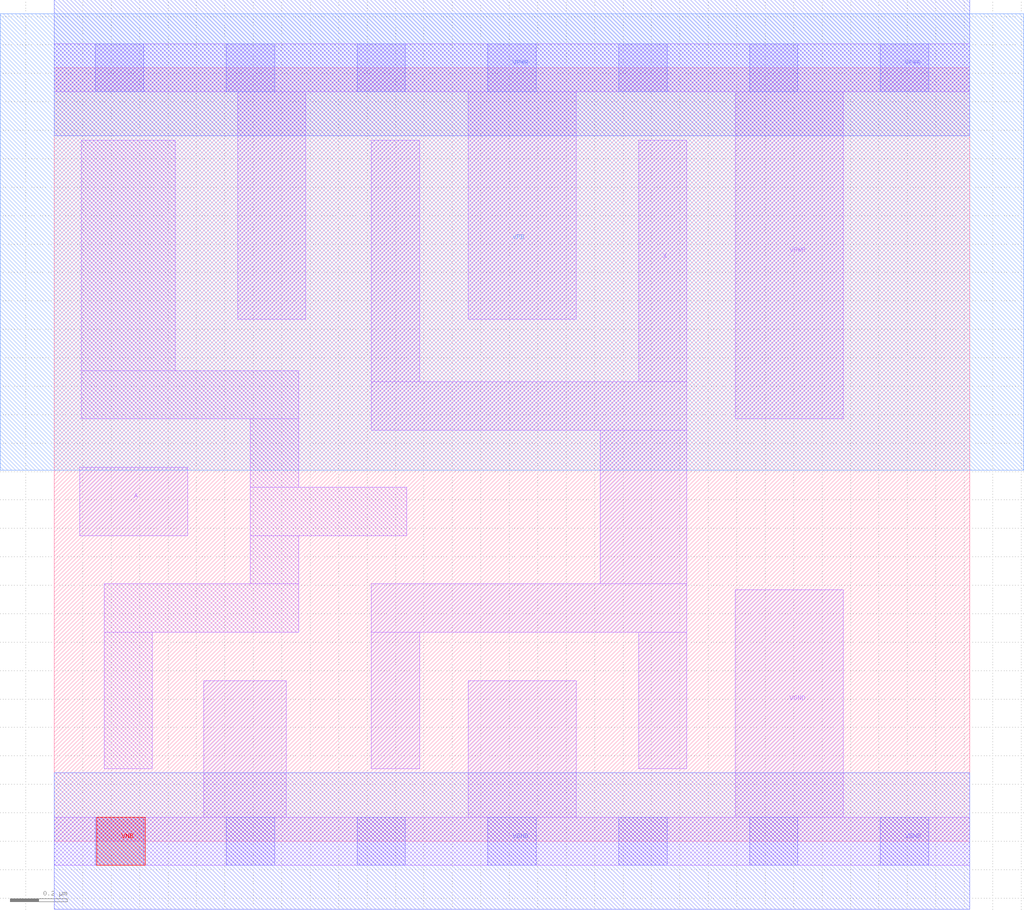
<source format=lef>
# Copyright 2020 The SkyWater PDK Authors
#
# Licensed under the Apache License, Version 2.0 (the "License");
# you may not use this file except in compliance with the License.
# You may obtain a copy of the License at
#
#     https://www.apache.org/licenses/LICENSE-2.0
#
# Unless required by applicable law or agreed to in writing, software
# distributed under the License is distributed on an "AS IS" BASIS,
# WITHOUT WARRANTIES OR CONDITIONS OF ANY KIND, either express or implied.
# See the License for the specific language governing permissions and
# limitations under the License.
#
# SPDX-License-Identifier: Apache-2.0

VERSION 5.7 ;
  NOWIREEXTENSIONATPIN ON ;
  DIVIDERCHAR "/" ;
  BUSBITCHARS "[]" ;
PROPERTYDEFINITIONS
  MACRO maskLayoutSubType STRING ;
  MACRO prCellType STRING ;
  MACRO originalViewName STRING ;
END PROPERTYDEFINITIONS
MACRO sky130_fd_sc_hdll__buf_4
  CLASS CORE ;
  FOREIGN sky130_fd_sc_hdll__buf_4 ;
  ORIGIN  0.000000  0.000000 ;
  SIZE  3.220000 BY  2.720000 ;
  SYMMETRY X Y R90 ;
  SITE unithd ;
  PIN A
    ANTENNAGATEAREA  0.277500 ;
    DIRECTION INPUT ;
    USE SIGNAL ;
    PORT
      LAYER li1 ;
        RECT 0.090000 1.075000 0.470000 1.315000 ;
    END
  END A
  PIN VGND
    ANTENNADIFFAREA  0.585000 ;
    DIRECTION INOUT ;
    USE SIGNAL ;
    PORT
      LAYER li1 ;
        RECT 0.000000 -0.085000 3.220000 0.085000 ;
        RECT 0.525000  0.085000 0.815000 0.565000 ;
        RECT 1.455000  0.085000 1.835000 0.565000 ;
        RECT 2.395000  0.085000 2.775000 0.885000 ;
      LAYER mcon ;
        RECT 0.145000 -0.085000 0.315000 0.085000 ;
        RECT 0.605000 -0.085000 0.775000 0.085000 ;
        RECT 1.065000 -0.085000 1.235000 0.085000 ;
        RECT 1.525000 -0.085000 1.695000 0.085000 ;
        RECT 1.985000 -0.085000 2.155000 0.085000 ;
        RECT 2.445000 -0.085000 2.615000 0.085000 ;
        RECT 2.905000 -0.085000 3.075000 0.085000 ;
    END
    PORT
      LAYER met1 ;
        RECT 0.000000 -0.240000 3.220000 0.240000 ;
    END
  END VGND
  PIN VPWR
    ANTENNADIFFAREA  0.850000 ;
    DIRECTION INOUT ;
    USE SIGNAL ;
    PORT
      LAYER li1 ;
        RECT 0.000000 2.635000 3.220000 2.805000 ;
        RECT 0.645000 1.835000 0.885000 2.635000 ;
        RECT 1.455000 1.835000 1.835000 2.635000 ;
        RECT 2.395000 1.485000 2.775000 2.635000 ;
      LAYER mcon ;
        RECT 0.145000 2.635000 0.315000 2.805000 ;
        RECT 0.605000 2.635000 0.775000 2.805000 ;
        RECT 1.065000 2.635000 1.235000 2.805000 ;
        RECT 1.525000 2.635000 1.695000 2.805000 ;
        RECT 1.985000 2.635000 2.155000 2.805000 ;
        RECT 2.445000 2.635000 2.615000 2.805000 ;
        RECT 2.905000 2.635000 3.075000 2.805000 ;
    END
    PORT
      LAYER met1 ;
        RECT 0.000000 2.480000 3.220000 2.960000 ;
    END
  END VPWR
  PIN X
    ANTENNADIFFAREA  0.996000 ;
    DIRECTION OUTPUT ;
    USE SIGNAL ;
    PORT
      LAYER li1 ;
        RECT 1.115000 0.255000 1.285000 0.735000 ;
        RECT 1.115000 0.735000 2.225000 0.905000 ;
        RECT 1.115000 1.445000 2.225000 1.615000 ;
        RECT 1.115000 1.615000 1.285000 2.465000 ;
        RECT 1.920000 0.905000 2.225000 1.445000 ;
        RECT 2.055000 0.255000 2.225000 0.735000 ;
        RECT 2.055000 1.615000 2.225000 2.465000 ;
    END
  END X
  PIN VNB
    DIRECTION INOUT ;
    USE GROUND ;
    PORT
      LAYER pwell ;
        RECT 0.150000 -0.085000 0.320000 0.085000 ;
    END
  END VNB
  PIN VPB
    DIRECTION INOUT ;
    USE POWER ;
    PORT
      LAYER nwell ;
        RECT -0.190000 1.305000 3.410000 2.910000 ;
    END
  END VPB
  OBS
    LAYER li1 ;
      RECT 0.095000 1.485000 0.860000 1.655000 ;
      RECT 0.095000 1.655000 0.425000 2.465000 ;
      RECT 0.175000 0.255000 0.345000 0.735000 ;
      RECT 0.175000 0.735000 0.860000 0.905000 ;
      RECT 0.690000 0.905000 0.860000 1.075000 ;
      RECT 0.690000 1.075000 1.240000 1.245000 ;
      RECT 0.690000 1.245000 0.860000 1.485000 ;
  END
  PROPERTY maskLayoutSubType "abstract" ;
  PROPERTY prCellType "standard" ;
  PROPERTY originalViewName "layout" ;
END sky130_fd_sc_hdll__buf_4
END LIBRARY

</source>
